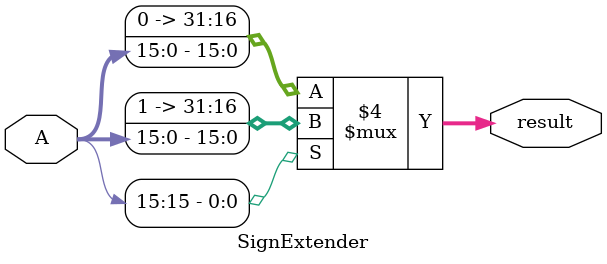
<source format=v>
`timescale 1ns / 1ps
module SignExtender(A,result);
    input [15:0] A;
    output reg [31:0] result;
    always @(*) begin
        if(A[15]==0)
            result = {16'b0,A};
        else
            result = {16'b1111111111111111,A};
    end
endmodule
</source>
